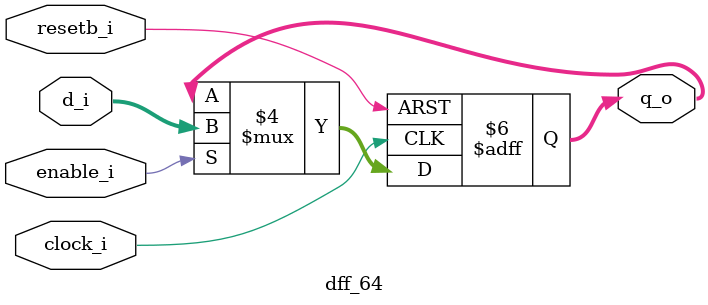
<source format=sv>

`timescale 1ns/1ps

module dff_64				 
(
	input  logic[63:0] d_i, 
	input  logic clock_i,
	input  logic resetb_i,
	input logic enable_i,
	output logic[63:0] q_o
);

always_ff @(posedge clock_i or negedge resetb_i)
	begin : seq_0
		if (resetb_i == 0)
			q_o <= {64'h0, 64'h0, 64'h0, 64'h0};
		else if (enable_i == 1)
			q_o <= d_i;
	end : seq_0

endmodule : dff_64


</source>
